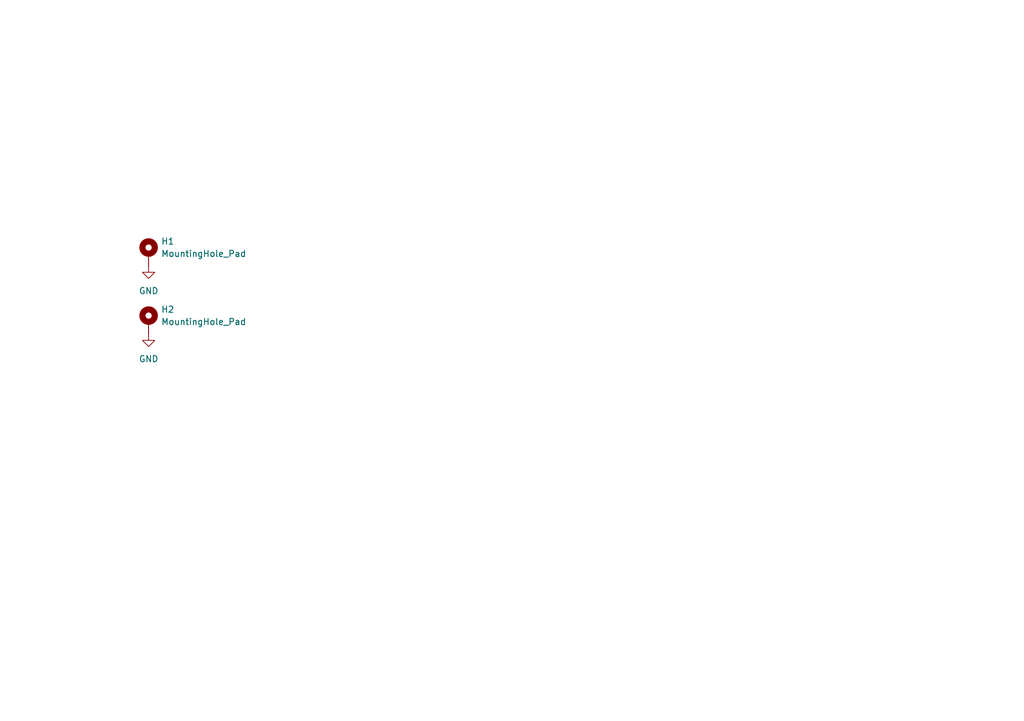
<source format=kicad_sch>
(kicad_sch (version 20231120) (generator "eeschema") (generator_version "8.0")
  (paper "A5")
  (title_block (title "TGX4 - Front Panel") (date "2024-12-13") (rev "1.0") (company "www.hexefx.com") (comment 1 "Design: Piotr Zapart"))
  (lib_symbols
    (symbol "Mechanical:MountingHole_Pad" (pin_numbers hide) (pin_names (offset 1.016) hide) (exclude_from_sim yes) (in_bom no)
      (property "Reference" "H" (at 0 6.35 0))
      (property "Value" "MountingHole_Pad" (at 0 4.445 0))
      (symbol "MountingHole_Pad_0_1"
        (circle (center 0 1.27) (radius 1.27) (stroke (width 1.27)))
      )
      (symbol "MountingHole_Pad_1_1"
        (pin input line (at 0 -2.54 90) (length 2.54) (name "1") (number "1"))
      )
    )
    (symbol "power:GND" (power) (pin_numbers hide) (pin_names (offset 0) hide)
      (property "Value" "GND" (at 0 -3.81 0))
      (symbol "GND_0_1"
        (polyline (pts (xy 0 0) (xy 0 -1.27) (xy 1.27 -1.27) (xy 0 -2.54) (xy -1.27 -1.27) (xy 0 -1.27)))
      )
      (symbol "GND_1_1"
        (pin power_in line (at 0 0 270) (length 0) (name "~") (number "1"))
      )
    )
  )
  (symbol (lib_id "Mechanical:MountingHole_Pad") (at 30.48 52.07 0) (unit 1) (exclude_from_sim yes) (in_bom no)
    (property "Reference" "H1" (at 33.02 49.5299 0) (effects (justify left)))
    (property "Value" "MountingHole_Pad" (at 33.02 52.0699 0) (effects (justify left)))
    (property "Footprint" "MountingHole:MountingHole_3.2mm_M3_DIN965_Pad" (effects (hide yes)))
    (property "Description" "Mounting Hole with connection" (effects (hide yes)))
  )
  (symbol (lib_id "power:GND") (at 30.48 54.61 0) (unit 1)
    (property "Reference" "#PWR01" (effects (hide yes)))
    (property "Value" "GND" (at 30.48 59.69 0))
    (property "Description" "Power symbol creates a global label with name \"GND\" , ground" (effects (hide yes)))
  )
  (symbol (lib_id "power:GND") (at 30.48 68.58 0) (unit 1)
    (property "Reference" "#PWR02" (effects (hide yes)))
    (property "Value" "GND" (at 30.48 73.66 0))
    (property "Description" "Power symbol creates a global label with name \"GND\" , ground" (effects (hide yes)))
  )
  (symbol (lib_id "Mechanical:MountingHole_Pad") (at 30.48 66.04 0) (unit 1) (exclude_from_sim yes) (in_bom no)
    (property "Reference" "H2" (at 33.02 63.4999 0) (effects (justify left)))
    (property "Value" "MountingHole_Pad" (at 33.02 66.0399 0) (effects (justify left)))
    (property "Footprint" "MountingHole:MountingHole_3.2mm_M3_DIN965_Pad" (effects (hide yes)))
    (property "Description" "Mounting Hole with connection" (effects (hide yes)))
  )
)
</source>
